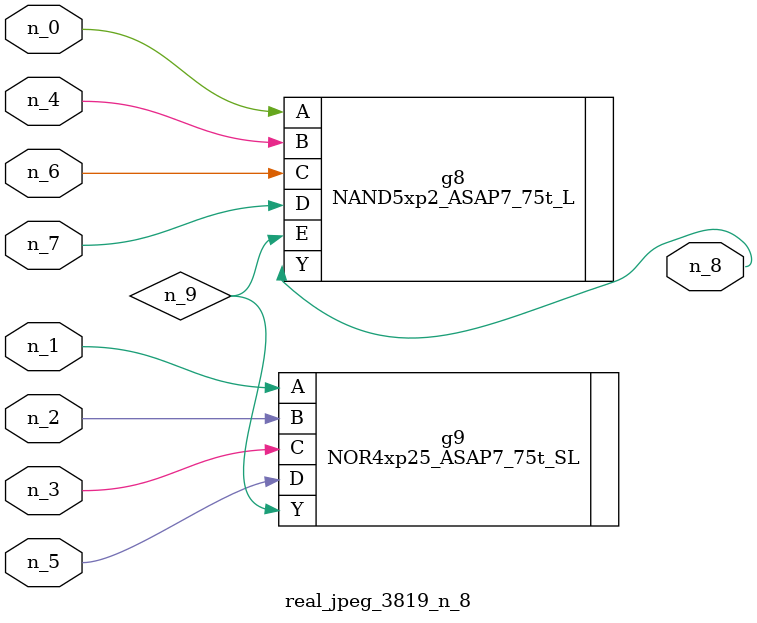
<source format=v>
module real_jpeg_3819_n_8 (n_5, n_4, n_0, n_1, n_2, n_6, n_7, n_3, n_8);

input n_5;
input n_4;
input n_0;
input n_1;
input n_2;
input n_6;
input n_7;
input n_3;

output n_8;

wire n_9;

NAND5xp2_ASAP7_75t_L g8 ( 
.A(n_0),
.B(n_4),
.C(n_6),
.D(n_7),
.E(n_9),
.Y(n_8)
);

NOR4xp25_ASAP7_75t_SL g9 ( 
.A(n_1),
.B(n_2),
.C(n_3),
.D(n_5),
.Y(n_9)
);


endmodule
</source>
